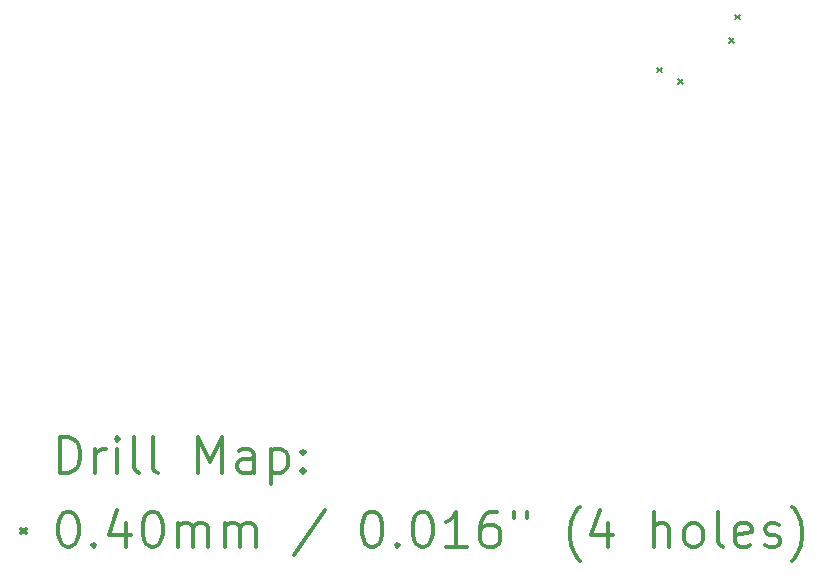
<source format=gbr>
%FSLAX45Y45*%
G04 Gerber Fmt 4.5, Leading zero omitted, Abs format (unit mm)*
G04 Created by KiCad (PCBNEW (5.1.7-0-10_14)) date 2020-10-21 09:02:22*
%MOMM*%
%LPD*%
G01*
G04 APERTURE LIST*
%ADD10C,0.200000*%
%ADD11C,0.300000*%
G04 APERTURE END LIST*
D10*
X14436050Y-11816123D02*
X14476050Y-11856123D01*
X14476050Y-11816123D02*
X14436050Y-11856123D01*
X14617054Y-11912365D02*
X14657054Y-11952365D01*
X14657054Y-11912365D02*
X14617054Y-11952365D01*
X15047788Y-11566451D02*
X15087788Y-11606451D01*
X15087788Y-11566451D02*
X15047788Y-11606451D01*
X15100846Y-11368436D02*
X15140846Y-11408436D01*
X15140846Y-11368436D02*
X15100846Y-11408436D01*
D11*
X9381792Y-15244658D02*
X9381792Y-14944658D01*
X9453221Y-14944658D01*
X9496078Y-14958944D01*
X9524650Y-14987515D01*
X9538935Y-15016087D01*
X9553221Y-15073230D01*
X9553221Y-15116087D01*
X9538935Y-15173230D01*
X9524650Y-15201801D01*
X9496078Y-15230373D01*
X9453221Y-15244658D01*
X9381792Y-15244658D01*
X9681792Y-15244658D02*
X9681792Y-15044658D01*
X9681792Y-15101801D02*
X9696078Y-15073230D01*
X9710364Y-15058944D01*
X9738935Y-15044658D01*
X9767507Y-15044658D01*
X9867507Y-15244658D02*
X9867507Y-15044658D01*
X9867507Y-14944658D02*
X9853221Y-14958944D01*
X9867507Y-14973230D01*
X9881792Y-14958944D01*
X9867507Y-14944658D01*
X9867507Y-14973230D01*
X10053221Y-15244658D02*
X10024650Y-15230373D01*
X10010364Y-15201801D01*
X10010364Y-14944658D01*
X10210364Y-15244658D02*
X10181792Y-15230373D01*
X10167507Y-15201801D01*
X10167507Y-14944658D01*
X10553221Y-15244658D02*
X10553221Y-14944658D01*
X10653221Y-15158944D01*
X10753221Y-14944658D01*
X10753221Y-15244658D01*
X11024650Y-15244658D02*
X11024650Y-15087515D01*
X11010364Y-15058944D01*
X10981792Y-15044658D01*
X10924650Y-15044658D01*
X10896078Y-15058944D01*
X11024650Y-15230373D02*
X10996078Y-15244658D01*
X10924650Y-15244658D01*
X10896078Y-15230373D01*
X10881792Y-15201801D01*
X10881792Y-15173230D01*
X10896078Y-15144658D01*
X10924650Y-15130373D01*
X10996078Y-15130373D01*
X11024650Y-15116087D01*
X11167507Y-15044658D02*
X11167507Y-15344658D01*
X11167507Y-15058944D02*
X11196078Y-15044658D01*
X11253221Y-15044658D01*
X11281792Y-15058944D01*
X11296078Y-15073230D01*
X11310364Y-15101801D01*
X11310364Y-15187515D01*
X11296078Y-15216087D01*
X11281792Y-15230373D01*
X11253221Y-15244658D01*
X11196078Y-15244658D01*
X11167507Y-15230373D01*
X11438935Y-15216087D02*
X11453221Y-15230373D01*
X11438935Y-15244658D01*
X11424650Y-15230373D01*
X11438935Y-15216087D01*
X11438935Y-15244658D01*
X11438935Y-15058944D02*
X11453221Y-15073230D01*
X11438935Y-15087515D01*
X11424650Y-15073230D01*
X11438935Y-15058944D01*
X11438935Y-15087515D01*
X9055364Y-15718944D02*
X9095364Y-15758944D01*
X9095364Y-15718944D02*
X9055364Y-15758944D01*
X9438935Y-15574658D02*
X9467507Y-15574658D01*
X9496078Y-15588944D01*
X9510364Y-15603230D01*
X9524650Y-15631801D01*
X9538935Y-15688944D01*
X9538935Y-15760373D01*
X9524650Y-15817515D01*
X9510364Y-15846087D01*
X9496078Y-15860373D01*
X9467507Y-15874658D01*
X9438935Y-15874658D01*
X9410364Y-15860373D01*
X9396078Y-15846087D01*
X9381792Y-15817515D01*
X9367507Y-15760373D01*
X9367507Y-15688944D01*
X9381792Y-15631801D01*
X9396078Y-15603230D01*
X9410364Y-15588944D01*
X9438935Y-15574658D01*
X9667507Y-15846087D02*
X9681792Y-15860373D01*
X9667507Y-15874658D01*
X9653221Y-15860373D01*
X9667507Y-15846087D01*
X9667507Y-15874658D01*
X9938935Y-15674658D02*
X9938935Y-15874658D01*
X9867507Y-15560373D02*
X9796078Y-15774658D01*
X9981792Y-15774658D01*
X10153221Y-15574658D02*
X10181792Y-15574658D01*
X10210364Y-15588944D01*
X10224650Y-15603230D01*
X10238935Y-15631801D01*
X10253221Y-15688944D01*
X10253221Y-15760373D01*
X10238935Y-15817515D01*
X10224650Y-15846087D01*
X10210364Y-15860373D01*
X10181792Y-15874658D01*
X10153221Y-15874658D01*
X10124650Y-15860373D01*
X10110364Y-15846087D01*
X10096078Y-15817515D01*
X10081792Y-15760373D01*
X10081792Y-15688944D01*
X10096078Y-15631801D01*
X10110364Y-15603230D01*
X10124650Y-15588944D01*
X10153221Y-15574658D01*
X10381792Y-15874658D02*
X10381792Y-15674658D01*
X10381792Y-15703230D02*
X10396078Y-15688944D01*
X10424650Y-15674658D01*
X10467507Y-15674658D01*
X10496078Y-15688944D01*
X10510364Y-15717515D01*
X10510364Y-15874658D01*
X10510364Y-15717515D02*
X10524650Y-15688944D01*
X10553221Y-15674658D01*
X10596078Y-15674658D01*
X10624650Y-15688944D01*
X10638935Y-15717515D01*
X10638935Y-15874658D01*
X10781792Y-15874658D02*
X10781792Y-15674658D01*
X10781792Y-15703230D02*
X10796078Y-15688944D01*
X10824650Y-15674658D01*
X10867507Y-15674658D01*
X10896078Y-15688944D01*
X10910364Y-15717515D01*
X10910364Y-15874658D01*
X10910364Y-15717515D02*
X10924650Y-15688944D01*
X10953221Y-15674658D01*
X10996078Y-15674658D01*
X11024650Y-15688944D01*
X11038935Y-15717515D01*
X11038935Y-15874658D01*
X11624650Y-15560373D02*
X11367507Y-15946087D01*
X12010364Y-15574658D02*
X12038935Y-15574658D01*
X12067507Y-15588944D01*
X12081792Y-15603230D01*
X12096078Y-15631801D01*
X12110364Y-15688944D01*
X12110364Y-15760373D01*
X12096078Y-15817515D01*
X12081792Y-15846087D01*
X12067507Y-15860373D01*
X12038935Y-15874658D01*
X12010364Y-15874658D01*
X11981792Y-15860373D01*
X11967507Y-15846087D01*
X11953221Y-15817515D01*
X11938935Y-15760373D01*
X11938935Y-15688944D01*
X11953221Y-15631801D01*
X11967507Y-15603230D01*
X11981792Y-15588944D01*
X12010364Y-15574658D01*
X12238935Y-15846087D02*
X12253221Y-15860373D01*
X12238935Y-15874658D01*
X12224650Y-15860373D01*
X12238935Y-15846087D01*
X12238935Y-15874658D01*
X12438935Y-15574658D02*
X12467507Y-15574658D01*
X12496078Y-15588944D01*
X12510364Y-15603230D01*
X12524650Y-15631801D01*
X12538935Y-15688944D01*
X12538935Y-15760373D01*
X12524650Y-15817515D01*
X12510364Y-15846087D01*
X12496078Y-15860373D01*
X12467507Y-15874658D01*
X12438935Y-15874658D01*
X12410364Y-15860373D01*
X12396078Y-15846087D01*
X12381792Y-15817515D01*
X12367507Y-15760373D01*
X12367507Y-15688944D01*
X12381792Y-15631801D01*
X12396078Y-15603230D01*
X12410364Y-15588944D01*
X12438935Y-15574658D01*
X12824650Y-15874658D02*
X12653221Y-15874658D01*
X12738935Y-15874658D02*
X12738935Y-15574658D01*
X12710364Y-15617515D01*
X12681792Y-15646087D01*
X12653221Y-15660373D01*
X13081792Y-15574658D02*
X13024650Y-15574658D01*
X12996078Y-15588944D01*
X12981792Y-15603230D01*
X12953221Y-15646087D01*
X12938935Y-15703230D01*
X12938935Y-15817515D01*
X12953221Y-15846087D01*
X12967507Y-15860373D01*
X12996078Y-15874658D01*
X13053221Y-15874658D01*
X13081792Y-15860373D01*
X13096078Y-15846087D01*
X13110364Y-15817515D01*
X13110364Y-15746087D01*
X13096078Y-15717515D01*
X13081792Y-15703230D01*
X13053221Y-15688944D01*
X12996078Y-15688944D01*
X12967507Y-15703230D01*
X12953221Y-15717515D01*
X12938935Y-15746087D01*
X13224650Y-15574658D02*
X13224650Y-15631801D01*
X13338935Y-15574658D02*
X13338935Y-15631801D01*
X13781792Y-15988944D02*
X13767507Y-15974658D01*
X13738935Y-15931801D01*
X13724650Y-15903230D01*
X13710364Y-15860373D01*
X13696078Y-15788944D01*
X13696078Y-15731801D01*
X13710364Y-15660373D01*
X13724650Y-15617515D01*
X13738935Y-15588944D01*
X13767507Y-15546087D01*
X13781792Y-15531801D01*
X14024650Y-15674658D02*
X14024650Y-15874658D01*
X13953221Y-15560373D02*
X13881792Y-15774658D01*
X14067507Y-15774658D01*
X14410364Y-15874658D02*
X14410364Y-15574658D01*
X14538935Y-15874658D02*
X14538935Y-15717515D01*
X14524650Y-15688944D01*
X14496078Y-15674658D01*
X14453221Y-15674658D01*
X14424650Y-15688944D01*
X14410364Y-15703230D01*
X14724650Y-15874658D02*
X14696078Y-15860373D01*
X14681792Y-15846087D01*
X14667507Y-15817515D01*
X14667507Y-15731801D01*
X14681792Y-15703230D01*
X14696078Y-15688944D01*
X14724650Y-15674658D01*
X14767507Y-15674658D01*
X14796078Y-15688944D01*
X14810364Y-15703230D01*
X14824650Y-15731801D01*
X14824650Y-15817515D01*
X14810364Y-15846087D01*
X14796078Y-15860373D01*
X14767507Y-15874658D01*
X14724650Y-15874658D01*
X14996078Y-15874658D02*
X14967507Y-15860373D01*
X14953221Y-15831801D01*
X14953221Y-15574658D01*
X15224650Y-15860373D02*
X15196078Y-15874658D01*
X15138935Y-15874658D01*
X15110364Y-15860373D01*
X15096078Y-15831801D01*
X15096078Y-15717515D01*
X15110364Y-15688944D01*
X15138935Y-15674658D01*
X15196078Y-15674658D01*
X15224650Y-15688944D01*
X15238935Y-15717515D01*
X15238935Y-15746087D01*
X15096078Y-15774658D01*
X15353221Y-15860373D02*
X15381792Y-15874658D01*
X15438935Y-15874658D01*
X15467507Y-15860373D01*
X15481792Y-15831801D01*
X15481792Y-15817515D01*
X15467507Y-15788944D01*
X15438935Y-15774658D01*
X15396078Y-15774658D01*
X15367507Y-15760373D01*
X15353221Y-15731801D01*
X15353221Y-15717515D01*
X15367507Y-15688944D01*
X15396078Y-15674658D01*
X15438935Y-15674658D01*
X15467507Y-15688944D01*
X15581792Y-15988944D02*
X15596078Y-15974658D01*
X15624650Y-15931801D01*
X15638935Y-15903230D01*
X15653221Y-15860373D01*
X15667507Y-15788944D01*
X15667507Y-15731801D01*
X15653221Y-15660373D01*
X15638935Y-15617515D01*
X15624650Y-15588944D01*
X15596078Y-15546087D01*
X15581792Y-15531801D01*
M02*

</source>
